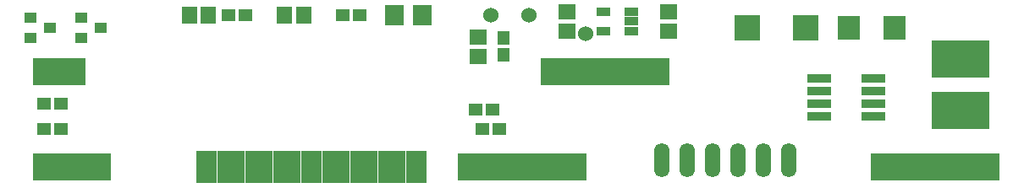
<source format=gts>
G04 #@! TF.GenerationSoftware,KiCad,Pcbnew,5.0.0-fee4fd1~65~ubuntu17.10.1*
G04 #@! TF.CreationDate,2018-10-29T14:10:51-04:00*
G04 #@! TF.ProjectId,front-panel,66726F6E742D70616E656C2E6B696361,A*
G04 #@! TF.SameCoordinates,Original*
G04 #@! TF.FileFunction,Soldermask,Top*
G04 #@! TF.FilePolarity,Negative*
%FSLAX46Y46*%
G04 Gerber Fmt 4.6, Leading zero omitted, Abs format (unit mm)*
G04 Created by KiCad (PCBNEW 5.0.0-fee4fd1~65~ubuntu17.10.1) date Mon Oct 29 14:10:51 2018*
%MOMM*%
%LPD*%
G01*
G04 APERTURE LIST*
%ADD10C,1.524000*%
%ADD11R,12.954000X2.794000*%
%ADD12R,0.654000X3.254000*%
%ADD13R,7.874000X2.794000*%
%ADD14O,1.524000X3.429000*%
%ADD15R,2.454000X0.854000*%
%ADD16R,1.154000X1.054000*%
%ADD17R,5.754000X3.754000*%
%ADD18R,1.754000X1.554000*%
%ADD19R,1.454000X0.904000*%
%ADD20R,1.554000X1.754000*%
%ADD21R,1.854000X2.054000*%
%ADD22R,1.354000X1.254000*%
%ADD23R,1.254000X1.354000*%
%ADD24R,2.654000X2.654000*%
%ADD25R,2.286000X2.438400*%
%ADD26R,5.334000X2.794000*%
G04 APERTURE END LIST*
D10*
G04 #@! TO.C,TP2*
X137160000Y-126365000D03*
G04 #@! TD*
G04 #@! TO.C,TP3*
X146685000Y-128270000D03*
G04 #@! TD*
G04 #@! TO.C,TP1*
X140970000Y-126365000D03*
G04 #@! TD*
D11*
G04 #@! TO.C,H3*
X148590000Y-132080000D03*
G04 #@! TD*
D12*
G04 #@! TO.C,U1*
X118515000Y-141647600D03*
X117815000Y-141647600D03*
X117115000Y-141647600D03*
X116415000Y-141647600D03*
X115715000Y-141647600D03*
X115015000Y-141647600D03*
X114315000Y-141647600D03*
X113615000Y-141647600D03*
X112915000Y-141647600D03*
X112215000Y-141647600D03*
X111515000Y-141647600D03*
X110815000Y-141647600D03*
X110115000Y-141647600D03*
X109415000Y-141647600D03*
X108715000Y-141647600D03*
X128315000Y-141647600D03*
X127615000Y-141647600D03*
X126915000Y-141647600D03*
X126215000Y-141647600D03*
X125515000Y-141647600D03*
X124815000Y-141647600D03*
X124115000Y-141647600D03*
X123415000Y-141647600D03*
X122715000Y-141647600D03*
X122015000Y-141647600D03*
X121315000Y-141647600D03*
X120615000Y-141647600D03*
X119915000Y-141647600D03*
X119215000Y-141647600D03*
X129015000Y-141647600D03*
X129715000Y-141647600D03*
X130415000Y-141647600D03*
X108015000Y-141647600D03*
G04 #@! TD*
D11*
G04 #@! TO.C,H1*
X181610000Y-141605000D03*
G04 #@! TD*
G04 #@! TO.C,H2*
X140335000Y-141605000D03*
G04 #@! TD*
D13*
G04 #@! TO.C,H4*
X95250000Y-141605000D03*
G04 #@! TD*
D14*
G04 #@! TO.C,J1*
X154305000Y-140970000D03*
X156845000Y-140970000D03*
X159385000Y-140970000D03*
X161925000Y-140970000D03*
X164465000Y-140970000D03*
X167005000Y-140970000D03*
G04 #@! TD*
D15*
G04 #@! TO.C,U2*
X170020000Y-132715000D03*
X170020000Y-133985000D03*
X170020000Y-136525000D03*
X175420000Y-132715000D03*
X175420000Y-133985000D03*
X175420000Y-136525000D03*
X170020000Y-135255000D03*
X175420000Y-135255000D03*
G04 #@! TD*
D16*
G04 #@! TO.C,Q2*
X93075000Y-127635000D03*
X91075000Y-128635000D03*
X91075000Y-126635000D03*
G04 #@! TD*
D17*
G04 #@! TO.C,L1*
X184150000Y-130750000D03*
X184150000Y-135950000D03*
G04 #@! TD*
D18*
G04 #@! TO.C,C9*
X154940000Y-127950000D03*
X154940000Y-126050000D03*
G04 #@! TD*
G04 #@! TO.C,C10*
X144780000Y-126050000D03*
X144780000Y-127950000D03*
G04 #@! TD*
D16*
G04 #@! TO.C,Q1*
X96155000Y-126635000D03*
X96155000Y-128635000D03*
X98155000Y-127635000D03*
G04 #@! TD*
D19*
G04 #@! TO.C,U4*
X151260000Y-127950000D03*
X151260000Y-127000000D03*
X151260000Y-126050000D03*
X148460000Y-126050000D03*
X148460000Y-127950000D03*
G04 #@! TD*
D20*
G04 #@! TO.C,C1*
X108900000Y-126365000D03*
X107000000Y-126365000D03*
G04 #@! TD*
D21*
G04 #@! TO.C,C2*
X127505000Y-126365000D03*
X130305000Y-126365000D03*
G04 #@! TD*
D22*
G04 #@! TO.C,C3*
X110910000Y-126365000D03*
X112610000Y-126365000D03*
G04 #@! TD*
D18*
G04 #@! TO.C,C4*
X135890000Y-130490000D03*
X135890000Y-128590000D03*
G04 #@! TD*
D20*
G04 #@! TO.C,C5*
X116525000Y-126365000D03*
X118425000Y-126365000D03*
G04 #@! TD*
D23*
G04 #@! TO.C,C6*
X138430000Y-128690000D03*
X138430000Y-130390000D03*
G04 #@! TD*
D24*
G04 #@! TO.C,C7*
X168635000Y-127635000D03*
X162835000Y-127635000D03*
G04 #@! TD*
D25*
G04 #@! TO.C,D1*
X177546000Y-127635000D03*
X172974000Y-127635000D03*
G04 #@! TD*
D22*
G04 #@! TO.C,R1*
X122340000Y-126365000D03*
X124040000Y-126365000D03*
G04 #@! TD*
G04 #@! TO.C,R4*
X94195000Y-137795000D03*
X92495000Y-137795000D03*
G04 #@! TD*
G04 #@! TO.C,R5*
X94195000Y-135255000D03*
X92495000Y-135255000D03*
G04 #@! TD*
G04 #@! TO.C,R3*
X138010000Y-137795000D03*
X136310000Y-137795000D03*
G04 #@! TD*
G04 #@! TO.C,R2*
X137375000Y-135890000D03*
X135675000Y-135890000D03*
G04 #@! TD*
D26*
G04 #@! TO.C,H5*
X93980000Y-132080000D03*
G04 #@! TD*
M02*

</source>
